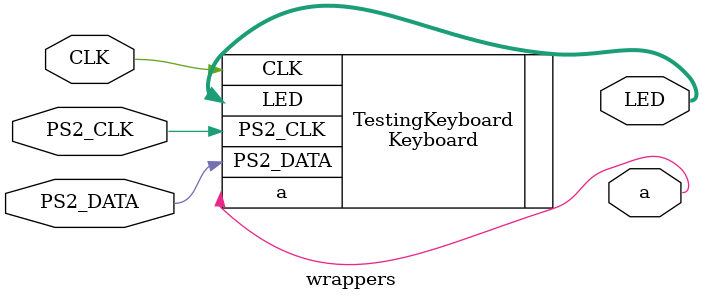
<source format=v>
`timescale 1ns / 1ps
module wrappers(
	input CLK,		//board clock signal
	input PS2_CLK,		//keyboard clock signal
	input PS2_DATA,		//keyboard data signal
	output [7:0] LED,	//8 output LEDs
    output a
    );
Keyboard TestingKeyboard (
							.CLK(CLK),
							.PS2_CLK(PS2_CLK), 
							.PS2_DATA(PS2_DATA),
							.LED(LED),
							.a(a)
							);

endmodule

</source>
